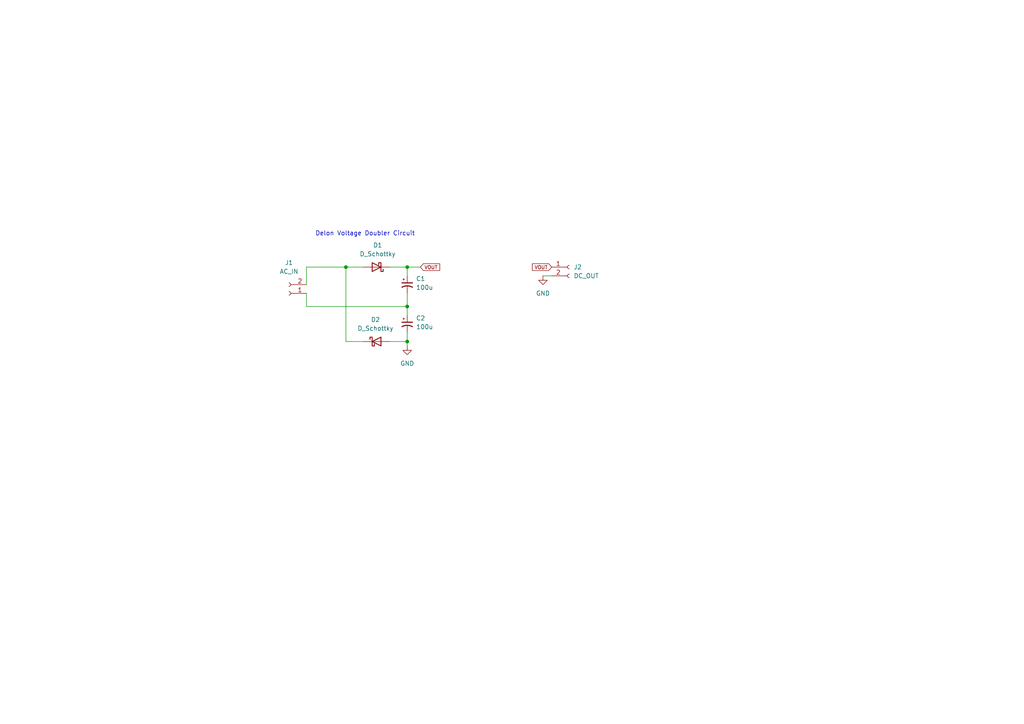
<source format=kicad_sch>
(kicad_sch (version 20211123) (generator eeschema)
  (paper "A4")
  (lib_symbols
    (symbol "Connector:Conn_01x02_Female" (pin_names (offset 1.016) hide)
      (property "Reference" "J" (at 0 2.54 0))
      (property "Value" "Conn_01x02_Female" (at 0 -5.08 0))
      (symbol "Conn_01x02_Female_1_1"
        (arc (start 0 -2.032) (mid -0.508 -2.54) (end 0 -3.048) (stroke (width 0.1524)))
        (polyline (pts (xy -1.27 -2.54) (xy -0.508 -2.54)) (stroke (width 0.1524)))
        (polyline (pts (xy -1.27 0) (xy -0.508 0)) (stroke (width 0.1524)))
        (arc (start 0 0.508) (mid -0.508 0) (end 0 -0.508) (stroke (width 0.1524)))
        (pin passive line (at -5.08 0 0) (length 3.81) (name "Pin_1") (number "1"))
        (pin passive line (at -5.08 -2.54 0) (length 3.81) (name "Pin_2") (number "2"))
      )
    )
    (symbol "Device:C_Polarized_Small_US" (pin_numbers hide) (pin_names (offset 0.254) hide)
      (property "Reference" "C" (at 0.254 1.778 0))
      (property "Value" "C_Polarized_Small_US" (at 0.254 -2.032 0))
      (symbol "C_Polarized_Small_US_0_1"
        (polyline (pts (xy -1.524 0.508) (xy 1.524 0.508)) (stroke (width 0.3048)))
        (polyline (pts (xy -1.27 1.524) (xy -0.762 1.524)))
        (polyline (pts (xy -1.016 1.27) (xy -1.016 1.778)))
        (arc (start 1.524 -0.762) (mid 0 -0.3734) (end -1.524 -0.762) (stroke (width 0.3048)))
      )
      (symbol "C_Polarized_Small_US_1_1"
        (pin passive line (at 0 2.54 270) (length 2.032) (name "~") (number "1"))
        (pin passive line (at 0 -2.54 90) (length 2.032) (name "~") (number "2"))
      )
    )
    (symbol "Device:D_Schottky" (pin_numbers hide) (pin_names (offset 1.016) hide)
      (property "Reference" "D" (at 0 2.54 0))
      (property "Value" "D_Schottky" (at 0 -2.54 0))
      (symbol "D_Schottky_0_1"
        (polyline (pts (xy 1.27 0) (xy -1.27 0)))
        (polyline (pts (xy 1.27 1.27) (xy 1.27 -1.27) (xy -1.27 0) (xy 1.27 1.27)) (stroke (width 0.254)))
        (polyline (pts (xy -1.905 0.635) (xy -1.905 1.27) (xy -1.27 1.27) (xy -1.27 -1.27) (xy -0.635 -1.27) (xy -0.635 -0.635)) (stroke (width 0.254)))
      )
      (symbol "D_Schottky_1_1"
        (pin passive line (at -3.81 0 0) (length 2.54) (name "K") (number "1"))
        (pin passive line (at 3.81 0 180) (length 2.54) (name "A") (number "2"))
      )
    )
    (symbol "power:GND" (power) (pin_names (offset 0))
      (property "Value" "GND" (at 0 -3.81 0))
      (symbol "GND_0_1"
        (polyline (pts (xy 0 0) (xy 0 -1.27) (xy 1.27 -1.27) (xy 0 -2.54) (xy -1.27 -1.27) (xy 0 -1.27)))
      )
      (symbol "GND_1_1"
        (pin power_in line (at 0 0 270) (length 0) hide (name "GND") (number "1"))
      )
    )
  )
  (junction (at 118.11 99.06))
  (junction (at 118.11 77.47))
  (junction (at 118.11 88.9))
  (junction (at 100.33 77.47))
  (wire (pts (xy 100.33 99.06) (xy 105.41 99.06)))
  (wire (pts (xy 100.33 77.47) (xy 105.41 77.47)))
  (wire (pts (xy 88.9 88.9) (xy 118.11 88.9)))
  (wire (pts (xy 100.33 77.47) (xy 100.33 99.06)))
  (wire (pts (xy 88.9 82.55) (xy 88.9 77.47)))
  (wire (pts (xy 113.03 99.06) (xy 118.11 99.06)))
  (wire (pts (xy 118.11 100.33) (xy 118.11 99.06)))
  (wire (pts (xy 118.11 85.09) (xy 118.11 88.9)))
  (wire (pts (xy 157.48 80.01) (xy 160.02 80.01)))
  (wire (pts (xy 118.11 77.47) (xy 118.11 80.01)))
  (wire (pts (xy 88.9 85.09) (xy 88.9 88.9)))
  (wire (pts (xy 113.03 77.47) (xy 118.11 77.47)))
  (wire (pts (xy 118.11 96.52) (xy 118.11 99.06)))
  (wire (pts (xy 118.11 77.47) (xy 121.92 77.47)))
  (wire (pts (xy 88.9 77.47) (xy 100.33 77.47)))
  (wire (pts (xy 118.11 88.9) (xy 118.11 91.44)))
  (text "Delon Voltage Doubler Circuit\n" (at 91.44 68.58 0) (effects (font (size 1.27 1.27)) (justify left bottom)))
  (global_label "VOUT" (shape input) (at 121.92 77.47 0) (effects (font (size 1 1))) (property "Intersheet References" "${INTERSHEET_REFS}" (effects hide)))
  (global_label "VOUT" (shape input) (at 160.02 77.47 180) (effects (font (size 1 1))) (property "Intersheet References" "${INTERSHEET_REFS}" (effects hide)))
  (symbol (lib_id "Device:C_Polarized_Small_US") (at 118.11 93.98 0) (unit 1)
    (property "Reference" "C2" (at 120.65 92.2781 0) (effects (justify left)))
    (property "Value" "100u" (at 120.65 94.8181 0) (effects (justify left)))
    (property "Footprint" "Capacitor_SMD:C_0603_1608Metric_Pad1.08x0.95mm_HandSolder" (effects hide))
  )
  (symbol (lib_id "Connector:Conn_01x02_Female") (at 83.82 85.09 180) (unit 1)
    (property "Reference" "J1" (at 83.82 76.2 0))
    (property "Value" "AC_IN" (at 83.82 78.74 0))
    (property "Footprint" "Connector_Wire:SolderWire-0.1sqmm_1x02_P3.6mm_D0.4mm_OD1mm" (effects hide))
  )
  (symbol (lib_id "Device:D_Schottky") (at 109.22 77.47 180) (unit 1)
    (property "Reference" "D1" (at 109.5375 71.12 0))
    (property "Value" "D_Schottky" (at 109.5375 73.66 0))
    (property "Footprint" "Diode_SMD:D_SOD-123" (effects hide))
  )
  (symbol (lib_id "Device:C_Polarized_Small_US") (at 118.11 82.55 0) (unit 1)
    (property "Reference" "C1" (at 120.65 80.8481 0) (effects (justify left)))
    (property "Value" "100u" (at 120.65 83.3881 0) (effects (justify left)))
    (property "Footprint" "Capacitor_SMD:C_0603_1608Metric_Pad1.08x0.95mm_HandSolder" (effects hide))
  )
  (symbol (lib_id "power:GND") (at 118.11 100.33 0) (unit 1)
    (property "Reference" "#PWR01" (effects hide))
    (property "Value" "GND" (at 118.11 105.41 0))
  )
  (symbol (lib_id "Device:D_Schottky") (at 109.22 99.06 0) (unit 1)
    (property "Reference" "D2" (at 108.9025 92.71 0))
    (property "Value" "D_Schottky" (at 108.9025 95.25 0))
    (property "Footprint" "Diode_SMD:D_SOD-123" (effects hide))
  )
  (symbol (lib_id "Connector:Conn_01x02_Female") (at 165.1 77.47 0) (unit 1)
    (property "Reference" "J2" (at 166.37 77.4699 0) (effects (justify left)))
    (property "Value" "DC_OUT" (at 166.37 80.0099 0) (effects (justify left)))
    (property "Footprint" "Connector_Wire:SolderWire-0.1sqmm_1x02_P3.6mm_D0.4mm_OD1mm" (effects hide))
  )
  (symbol (lib_id "power:GND") (at 157.48 80.01 0) (unit 1)
    (property "Reference" "#PWR02" (effects hide))
    (property "Value" "GND" (at 157.48 85.09 0))
  )
)
</source>
